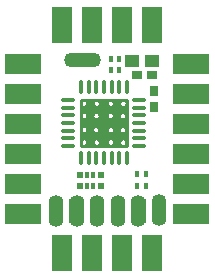
<source format=gts>
G04 DipTrace 2.4.0.2*
%INPCA9685.gts*%
%MOMM*%
%ADD10C,0.25*%
%ADD20O,1.23X1.185*%
%ADD34C,0.165*%
%ADD42O,1.185X1.23*%
%ADD51O,0.35X1.25*%
%ADD52O,1.25X0.35*%
%ADD53R,0.45X0.55*%
%ADD54R,0.3X0.55*%
%ADD55R,0.575X0.55*%
%ADD56R,0.75X0.95*%
%ADD57R,2.082X1.75*%
%ADD58R,1.65X1.75*%
%ADD59R,1.75X2.082*%
%ADD60R,1.75X1.65*%
%ADD61R,0.95X0.75*%
%ADD62R,1.15X1.05*%
%FSLAX53Y53*%
G04*
G71*
G90*
G75*
G01*
%LNTopMask*%
%LPD*%
D20*
X13251Y14855D3*
G36*
X12636Y15081D2*
X13866D1*
Y13081D1*
X12636D1*
Y15081D1*
G37*
D20*
X13251Y13307D3*
X15008Y14862D3*
G36*
X14393Y15088D2*
X15623D1*
Y13088D1*
X14393D1*
Y15088D1*
G37*
D20*
X15008Y13314D3*
X16754Y14838D3*
G36*
X16139Y15064D2*
X17369D1*
Y13064D1*
X16139D1*
Y15064D1*
G37*
D20*
X16754Y13290D3*
X18503Y14865D3*
G36*
X17888Y15091D2*
X19118D1*
Y13091D1*
X17888D1*
Y15091D1*
G37*
D20*
X18503Y13317D3*
X20251Y14849D3*
G36*
X19636Y15075D2*
X20866D1*
Y13075D1*
X19636D1*
Y15075D1*
G37*
D20*
X20251Y13301D3*
X21999Y14900D3*
G36*
X21384Y15126D2*
X22614D1*
Y13126D1*
X21384D1*
Y15126D1*
G37*
D20*
X21999Y13352D3*
D62*
X19659Y26730D3*
X21359D3*
D61*
X20117Y25604D3*
X21417D3*
D60*
X21430Y29050D3*
X18890D3*
X16350D3*
X13810D3*
D59*
X21430Y30320D3*
X18890D3*
X16350D3*
X13810D3*
D60*
Y11270D3*
X16350D3*
X18890D3*
X21430D3*
D59*
X13810Y10000D3*
X16350D3*
X18890D3*
X21430D3*
D58*
X11270Y26510D3*
Y23970D3*
Y21430D3*
Y18890D3*
Y16350D3*
Y13810D3*
D57*
X10000Y26510D3*
Y23970D3*
Y21430D3*
Y18890D3*
Y16350D3*
Y13810D3*
D58*
X23970D3*
Y16350D3*
Y18890D3*
Y21430D3*
Y23970D3*
Y26510D3*
D57*
X25240Y13810D3*
Y16350D3*
Y18890D3*
Y21430D3*
Y23970D3*
Y26510D3*
D56*
X21536Y24196D3*
Y22896D3*
D55*
X15265Y16203D3*
D54*
X15905D3*
X16405D3*
D55*
X17040D3*
Y17103D3*
D54*
X16405D3*
X15905D3*
D55*
X15265D3*
D53*
X20164Y16184D3*
X20864D3*
Y17184D3*
X20164D3*
X18616Y26969D3*
X17916D3*
Y25969D3*
X18616D3*
X15370Y23483D2*
D10*
X19269D1*
Y19583D1*
X15370D1*
Y23483D1*
G36*
X15858Y23490D2*
X16525D1*
Y19553D1*
X15858D1*
Y23490D1*
G37*
G36*
X15339Y22988D2*
X19344D1*
Y22358D1*
X15339D1*
Y22988D1*
G37*
X18711Y19866D2*
D34*
X18712Y19886D1*
X18714Y19905D1*
X18717Y19924D1*
X18722Y19943D1*
X18727Y19962D1*
X18734Y19980D1*
X18742Y19997D1*
X18752Y20014D1*
X18762Y20030D1*
X18774Y20046D1*
X18786Y20060D1*
X18799Y20074D1*
X18814Y20086D1*
X18829Y20098D1*
X18844Y20108D1*
X18861Y20117D1*
X18878Y20125D1*
X18895Y20132D1*
X18913Y20137D1*
X18931Y20141D1*
X18950Y20144D1*
X18968Y20145D1*
X18987D1*
X19005Y20144D1*
X19024Y20141D1*
X19042Y20137D1*
X19060Y20132D1*
X19077Y20125D1*
X19094Y20117D1*
X19111Y20108D1*
X19127Y20098D1*
X19142Y20086D1*
X19156Y20074D1*
X19169Y20060D1*
X19182Y20046D1*
X19193Y20030D1*
X19204Y20014D1*
X19213Y19997D1*
X19221Y19980D1*
X19228Y19962D1*
X19234Y19943D1*
X19238Y19924D1*
X19241Y19905D1*
X19243Y19886D1*
X19244Y19866D1*
X19243Y19847D1*
X19241Y19827D1*
X19238Y19808D1*
X19234Y19789D1*
X19228Y19771D1*
X19221Y19753D1*
X19213Y19735D1*
X19204Y19718D1*
X19193Y19702D1*
X19182Y19687D1*
X19169Y19672D1*
X19156Y19659D1*
X19142Y19646D1*
X19127Y19635D1*
X19111Y19624D1*
X19094Y19615D1*
X19077Y19607D1*
X19060Y19601D1*
X19042Y19595D1*
X19024Y19591D1*
X19005Y19588D1*
X18987Y19587D1*
X18968D1*
X18950Y19588D1*
X18931Y19591D1*
X18913Y19595D1*
X18895Y19601D1*
X18878Y19607D1*
X18861Y19615D1*
X18844Y19624D1*
X18829Y19635D1*
X18814Y19646D1*
X18799Y19659D1*
X18786Y19672D1*
X18774Y19687D1*
X18762Y19702D1*
X18752Y19718D1*
X18742Y19735D1*
X18734Y19753D1*
X18727Y19771D1*
X18722Y19789D1*
X18717Y19808D1*
X18714Y19827D1*
X18712Y19847D1*
X18711Y19866D1*
X18695Y20916D2*
X18696Y20936D1*
X18698Y20955D1*
X18701Y20974D1*
X18706Y20993D1*
X18711Y21012D1*
X18718Y21030D1*
X18727Y21048D1*
X18736Y21065D1*
X18746Y21081D1*
X18758Y21096D1*
X18770Y21111D1*
X18784Y21124D1*
X18798Y21137D1*
X18813Y21148D1*
X18829Y21159D1*
X18845Y21168D1*
X18862Y21176D1*
X18880Y21182D1*
X18898Y21188D1*
X18916Y21192D1*
X18934Y21195D1*
X18953Y21196D1*
X18971D1*
X18990Y21195D1*
X19008Y21192D1*
X19027Y21188D1*
X19045Y21182D1*
X19062Y21176D1*
X19079Y21168D1*
X19095Y21159D1*
X19111Y21148D1*
X19126Y21137D1*
X19141Y21124D1*
X19154Y21111D1*
X19166Y21096D1*
X19178Y21081D1*
X19188Y21065D1*
X19198Y21048D1*
X19206Y21030D1*
X19213Y21012D1*
X19219Y20993D1*
X19223Y20974D1*
X19226Y20955D1*
X19228Y20936D1*
X19229Y20916D1*
X19228Y20897D1*
X19226Y20877D1*
X19223Y20858D1*
X19219Y20839D1*
X19213Y20821D1*
X19206Y20803D1*
X19198Y20785D1*
X19188Y20768D1*
X19178Y20752D1*
X19166Y20737D1*
X19154Y20722D1*
X19141Y20708D1*
X19126Y20696D1*
X19111Y20684D1*
X19095Y20674D1*
X19079Y20665D1*
X19062Y20657D1*
X19045Y20650D1*
X19027Y20645D1*
X19008Y20641D1*
X18990Y20638D1*
X18971Y20637D1*
X18953D1*
X18934Y20638D1*
X18916Y20641D1*
X18898Y20645D1*
X18880Y20650D1*
X18862Y20657D1*
X18845Y20665D1*
X18829Y20674D1*
X18813Y20684D1*
X18798Y20696D1*
X18784Y20708D1*
X18770Y20722D1*
X18758Y20737D1*
X18746Y20752D1*
X18736Y20768D1*
X18727Y20785D1*
X18718Y20803D1*
X18711Y20821D1*
X18706Y20839D1*
X18701Y20858D1*
X18698Y20877D1*
X18696Y20897D1*
X18695Y20916D1*
X16446Y19881D2*
X16447Y19901D1*
X16449Y19920D1*
X16452Y19939D1*
X16456Y19958D1*
X16462Y19977D1*
X16469Y19995D1*
X16477Y20012D1*
X16487Y20029D1*
X16497Y20046D1*
X16508Y20061D1*
X16521Y20075D1*
X16534Y20089D1*
X16548Y20101D1*
X16564Y20113D1*
X16579Y20123D1*
X16596Y20132D1*
X16613Y20140D1*
X16630Y20147D1*
X16648Y20152D1*
X16666Y20156D1*
X16685Y20159D1*
X16703Y20161D1*
X16722D1*
X16740Y20159D1*
X16759Y20156D1*
X16777Y20152D1*
X16795Y20147D1*
X16812Y20140D1*
X16829Y20132D1*
X16846Y20123D1*
X16861Y20113D1*
X16876Y20101D1*
X16891Y20089D1*
X16904Y20075D1*
X16917Y20061D1*
X16928Y20046D1*
X16938Y20029D1*
X16948Y20012D1*
X16956Y19995D1*
X16963Y19977D1*
X16969Y19958D1*
X16973Y19939D1*
X16976Y19920D1*
X16978Y19901D1*
X16979Y19881D1*
X16978Y19862D1*
X16976Y19842D1*
X16973Y19823D1*
X16969Y19804D1*
X16963Y19786D1*
X16956Y19768D1*
X16948Y19750D1*
X16938Y19733D1*
X16928Y19717D1*
X16917Y19702D1*
X16904Y19687D1*
X16891Y19674D1*
X16876Y19661D1*
X16861Y19650D1*
X16846Y19639D1*
X16829Y19630D1*
X16812Y19622D1*
X16795Y19616D1*
X16777Y19610D1*
X16759Y19606D1*
X16740Y19603D1*
X16722Y19602D1*
X16703D1*
X16685Y19603D1*
X16666Y19606D1*
X16648Y19610D1*
X16630Y19616D1*
X16613Y19622D1*
X16596Y19630D1*
X16579Y19639D1*
X16564Y19650D1*
X16548Y19661D1*
X16534Y19674D1*
X16521Y19687D1*
X16508Y19702D1*
X16497Y19717D1*
X16487Y19733D1*
X16477Y19750D1*
X16469Y19768D1*
X16462Y19786D1*
X16456Y19804D1*
X16452Y19823D1*
X16449Y19842D1*
X16447Y19862D1*
X16446Y19881D1*
X15396Y20946D2*
X15397Y20966D1*
X15399Y20985D1*
X15402Y21004D1*
X15407Y21023D1*
X15412Y21042D1*
X15419Y21060D1*
X15427Y21077D1*
X15437Y21094D1*
X15447Y21110D1*
X15459Y21126D1*
X15471Y21140D1*
X15484Y21154D1*
X15499Y21166D1*
X15514Y21178D1*
X15529Y21188D1*
X15546Y21197D1*
X15563Y21205D1*
X15580Y21212D1*
X15598Y21217D1*
X15616Y21221D1*
X15635Y21224D1*
X15653Y21225D1*
X15672D1*
X15690Y21224D1*
X15709Y21221D1*
X15727Y21217D1*
X15745Y21212D1*
X15762Y21205D1*
X15779Y21197D1*
X15795Y21188D1*
X15811Y21178D1*
X15826Y21166D1*
X15840Y21154D1*
X15854Y21140D1*
X15866Y21126D1*
X15878Y21110D1*
X15888Y21094D1*
X15897Y21077D1*
X15905Y21060D1*
X15912Y21042D1*
X15918Y21023D1*
X15923Y21004D1*
X15926Y20985D1*
X15928Y20966D1*
Y20946D1*
Y20927D1*
X15926Y20907D1*
X15923Y20888D1*
X15918Y20869D1*
X15912Y20851D1*
X15905Y20833D1*
X15897Y20815D1*
X15888Y20798D1*
X15878Y20782D1*
X15866Y20767D1*
X15854Y20752D1*
X15840Y20739D1*
X15826Y20726D1*
X15811Y20715D1*
X15795Y20704D1*
X15779Y20695D1*
X15762Y20687D1*
X15745Y20681D1*
X15727Y20675D1*
X15709Y20671D1*
X15690Y20668D1*
X15672Y20667D1*
X15653D1*
X15635Y20668D1*
X15616Y20671D1*
X15598Y20675D1*
X15580Y20681D1*
X15563Y20687D1*
X15546Y20695D1*
X15529Y20704D1*
X15514Y20715D1*
X15499Y20726D1*
X15484Y20739D1*
X15471Y20752D1*
X15459Y20767D1*
X15447Y20782D1*
X15437Y20798D1*
X15427Y20815D1*
X15419Y20833D1*
X15412Y20851D1*
X15407Y20869D1*
X15402Y20888D1*
X15399Y20907D1*
X15397Y20927D1*
X15396Y20946D1*
X17661Y19881D2*
X17662Y19901D1*
X17664Y19920D1*
X17667Y19939D1*
X17672Y19958D1*
X17677Y19977D1*
X17684Y19995D1*
X17693Y20012D1*
X17702Y20029D1*
X17712Y20046D1*
X17724Y20061D1*
X17736Y20075D1*
X17749Y20089D1*
X17764Y20101D1*
X17779Y20113D1*
X17794Y20123D1*
X17811Y20132D1*
X17828Y20140D1*
X17845Y20147D1*
X17863Y20152D1*
X17881Y20156D1*
X17900Y20159D1*
X17918Y20161D1*
X17937D1*
X17955Y20159D1*
X17974Y20156D1*
X17992Y20152D1*
X18010Y20147D1*
X18027Y20140D1*
X18044Y20132D1*
X18060Y20123D1*
X18076Y20113D1*
X18091Y20101D1*
X18105Y20089D1*
X18119Y20075D1*
X18131Y20061D1*
X18143Y20046D1*
X18153Y20029D1*
X18162Y20012D1*
X18171Y19995D1*
X18177Y19977D1*
X18183Y19958D1*
X18188Y19939D1*
X18191Y19920D1*
X18193Y19901D1*
X18194Y19881D1*
X18193Y19862D1*
X18191Y19842D1*
X18188Y19823D1*
X18183Y19804D1*
X18177Y19786D1*
X18171Y19768D1*
X18162Y19750D1*
X18153Y19733D1*
X18143Y19717D1*
X18131Y19702D1*
X18119Y19687D1*
X18105Y19674D1*
X18091Y19661D1*
X18076Y19650D1*
X18060Y19639D1*
X18044Y19630D1*
X18027Y19622D1*
X18010Y19616D1*
X17992Y19610D1*
X17974Y19606D1*
X17955Y19603D1*
X17937Y19602D1*
X17918D1*
X17900Y19603D1*
X17881Y19606D1*
X17863Y19610D1*
X17845Y19616D1*
X17828Y19622D1*
X17811Y19630D1*
X17794Y19639D1*
X17779Y19650D1*
X17764Y19661D1*
X17749Y19674D1*
X17736Y19687D1*
X17724Y19702D1*
X17712Y19717D1*
X17702Y19733D1*
X17693Y19750D1*
X17684Y19768D1*
X17677Y19786D1*
X17672Y19804D1*
X17667Y19823D1*
X17664Y19842D1*
X17662Y19862D1*
X17661Y19881D1*
X15380D2*
X15381Y19901D1*
X15383Y19920D1*
X15386Y19939D1*
X15391Y19958D1*
X15397Y19977D1*
X15404Y19995D1*
X15412Y20012D1*
X15421Y20029D1*
X15431Y20046D1*
X15443Y20061D1*
X15455Y20075D1*
X15469Y20089D1*
X15483Y20101D1*
X15498Y20113D1*
X15514Y20123D1*
X15530Y20132D1*
X15547Y20140D1*
X15565Y20147D1*
X15583Y20152D1*
X15601Y20156D1*
X15619Y20159D1*
X15638Y20161D1*
X15657D1*
X15675Y20159D1*
X15694Y20156D1*
X15712Y20152D1*
X15730Y20147D1*
X15747Y20140D1*
X15764Y20132D1*
X15781Y20123D1*
X15796Y20113D1*
X15811Y20101D1*
X15826Y20089D1*
X15839Y20075D1*
X15852Y20061D1*
X15863Y20046D1*
X15873Y20029D1*
X15883Y20012D1*
X15891Y19995D1*
X15898Y19977D1*
X15904Y19958D1*
X15908Y19939D1*
X15911Y19920D1*
X15913Y19901D1*
X15914Y19881D1*
X15913Y19862D1*
X15911Y19842D1*
X15908Y19823D1*
X15904Y19804D1*
X15898Y19786D1*
X15891Y19768D1*
X15883Y19750D1*
X15873Y19733D1*
X15863Y19717D1*
X15852Y19702D1*
X15839Y19687D1*
X15826Y19674D1*
X15811Y19661D1*
X15796Y19650D1*
X15781Y19639D1*
X15764Y19630D1*
X15747Y19622D1*
X15730Y19616D1*
X15712Y19610D1*
X15694Y19606D1*
X15675Y19603D1*
X15657Y19602D1*
X15638D1*
X15619Y19603D1*
X15601Y19606D1*
X15583Y19610D1*
X15565Y19616D1*
X15547Y19622D1*
X15530Y19630D1*
X15514Y19639D1*
X15498Y19650D1*
X15483Y19661D1*
X15469Y19674D1*
X15455Y19687D1*
X15443Y19702D1*
X15431Y19717D1*
X15421Y19733D1*
X15412Y19750D1*
X15404Y19768D1*
X15397Y19786D1*
X15391Y19804D1*
X15386Y19823D1*
X15383Y19842D1*
X15381Y19862D1*
X15380Y19881D1*
X16416Y20931D2*
Y20951D1*
X16418Y20970D1*
X16422Y20990D1*
X16426Y21009D1*
X16432Y21027D1*
X16439Y21045D1*
X16447Y21063D1*
X16456Y21080D1*
X16467Y21096D1*
X16478Y21111D1*
X16491Y21126D1*
X16504Y21139D1*
X16518Y21152D1*
X16533Y21163D1*
X16549Y21174D1*
X16566Y21183D1*
X16583Y21191D1*
X16600Y21197D1*
X16618Y21203D1*
X16636Y21207D1*
X16655Y21210D1*
X16673Y21211D1*
X16692D1*
X16710Y21210D1*
X16729Y21207D1*
X16747Y21203D1*
X16765Y21197D1*
X16783Y21191D1*
X16800Y21183D1*
X16816Y21174D1*
X16832Y21163D1*
X16847Y21152D1*
X16861Y21139D1*
X16874Y21126D1*
X16887Y21111D1*
X16898Y21096D1*
X16909Y21080D1*
X16918Y21063D1*
X16926Y21045D1*
X16933Y21027D1*
X16939Y21009D1*
X16944Y20990D1*
X16947Y20970D1*
X16949Y20951D1*
Y20931D1*
Y20912D1*
X16947Y20893D1*
X16944Y20873D1*
X16939Y20854D1*
X16933Y20836D1*
X16926Y20818D1*
X16918Y20800D1*
X16909Y20783D1*
X16898Y20767D1*
X16887Y20752D1*
X16874Y20737D1*
X16861Y20724D1*
X16847Y20711D1*
X16832Y20700D1*
X16816Y20689D1*
X16800Y20680D1*
X16783Y20672D1*
X16765Y20665D1*
X16747Y20660D1*
X16729Y20656D1*
X16710Y20653D1*
X16692Y20652D1*
X16673D1*
X16655Y20653D1*
X16636Y20656D1*
X16618Y20660D1*
X16600Y20665D1*
X16583Y20672D1*
X16566Y20680D1*
X16549Y20689D1*
X16533Y20700D1*
X16518Y20711D1*
X16504Y20724D1*
X16491Y20737D1*
X16478Y20752D1*
X16467Y20767D1*
X16456Y20783D1*
X16447Y20800D1*
X16439Y20818D1*
X16432Y20836D1*
X16426Y20854D1*
X16422Y20873D1*
X16418Y20893D1*
X16416Y20912D1*
Y20931D1*
X17646Y20916D2*
Y20936D1*
X17648Y20955D1*
X17651Y20974D1*
X17656Y20993D1*
X17662Y21012D1*
X17669Y21030D1*
X17677Y21048D1*
X17686Y21065D1*
X17697Y21081D1*
X17708Y21096D1*
X17720Y21111D1*
X17734Y21124D1*
X17748Y21137D1*
X17763Y21148D1*
X17779Y21159D1*
X17795Y21168D1*
X17812Y21176D1*
X17830Y21182D1*
X17848Y21188D1*
X17866Y21192D1*
X17884Y21195D1*
X17903Y21196D1*
X17922D1*
X17940Y21195D1*
X17959Y21192D1*
X17977Y21188D1*
X17995Y21182D1*
X18012Y21176D1*
X18029Y21168D1*
X18046Y21159D1*
X18062Y21148D1*
X18077Y21137D1*
X18091Y21124D1*
X18104Y21111D1*
X18117Y21096D1*
X18128Y21081D1*
X18139Y21065D1*
X18148Y21048D1*
X18156Y21030D1*
X18163Y21012D1*
X18169Y20993D1*
X18173Y20974D1*
X18177Y20955D1*
X18178Y20936D1*
X18179Y20916D1*
X18178Y20897D1*
X18177Y20877D1*
X18173Y20858D1*
X18169Y20839D1*
X18163Y20821D1*
X18156Y20803D1*
X18148Y20785D1*
X18139Y20768D1*
X18128Y20752D1*
X18117Y20737D1*
X18104Y20722D1*
X18091Y20708D1*
X18077Y20696D1*
X18062Y20684D1*
X18046Y20674D1*
X18029Y20665D1*
X18012Y20657D1*
X17995Y20650D1*
X17977Y20645D1*
X17959Y20641D1*
X17940Y20638D1*
X17922Y20637D1*
X17903D1*
X17884Y20638D1*
X17866Y20641D1*
X17848Y20645D1*
X17830Y20650D1*
X17812Y20657D1*
X17795Y20665D1*
X17779Y20674D1*
X17763Y20684D1*
X17748Y20696D1*
X17734Y20708D1*
X17720Y20722D1*
X17708Y20737D1*
X17697Y20752D1*
X17686Y20768D1*
X17677Y20785D1*
X17669Y20803D1*
X17662Y20821D1*
X17656Y20839D1*
X17651Y20858D1*
X17648Y20877D1*
X17646Y20897D1*
Y20916D1*
X18695Y22116D2*
X18696Y22136D1*
X18698Y22155D1*
X18701Y22174D1*
X18706Y22193D1*
X18711Y22212D1*
X18718Y22230D1*
X18727Y22247D1*
X18736Y22264D1*
X18746Y22280D1*
X18758Y22296D1*
X18770Y22310D1*
X18784Y22324D1*
X18798Y22336D1*
X18813Y22348D1*
X18829Y22358D1*
X18845Y22367D1*
X18862Y22375D1*
X18880Y22382D1*
X18898Y22387D1*
X18916Y22391D1*
X18934Y22394D1*
X18953Y22395D1*
X18971D1*
X18990Y22394D1*
X19008Y22391D1*
X19027Y22387D1*
X19045Y22382D1*
X19062Y22375D1*
X19079Y22367D1*
X19095Y22358D1*
X19111Y22348D1*
X19126Y22336D1*
X19141Y22324D1*
X19154Y22310D1*
X19166Y22296D1*
X19178Y22280D1*
X19188Y22264D1*
X19198Y22247D1*
X19206Y22230D1*
X19213Y22212D1*
X19219Y22193D1*
X19223Y22174D1*
X19226Y22155D1*
X19228Y22136D1*
X19229Y22116D1*
X19228Y22097D1*
X19226Y22077D1*
X19223Y22058D1*
X19219Y22039D1*
X19213Y22021D1*
X19206Y22003D1*
X19198Y21985D1*
X19188Y21968D1*
X19178Y21952D1*
X19166Y21937D1*
X19154Y21922D1*
X19141Y21909D1*
X19126Y21896D1*
X19111Y21885D1*
X19095Y21874D1*
X19079Y21865D1*
X19062Y21857D1*
X19045Y21851D1*
X19027Y21845D1*
X19008Y21841D1*
X18990Y21838D1*
X18971Y21837D1*
X18953D1*
X18934Y21838D1*
X18916Y21841D1*
X18898Y21845D1*
X18880Y21851D1*
X18862Y21857D1*
X18845Y21865D1*
X18829Y21874D1*
X18813Y21885D1*
X18798Y21896D1*
X18784Y21909D1*
X18770Y21922D1*
X18758Y21937D1*
X18746Y21952D1*
X18736Y21968D1*
X18727Y21985D1*
X18718Y22003D1*
X18711Y22021D1*
X18706Y22039D1*
X18701Y22058D1*
X18698Y22077D1*
X18696Y22097D1*
X18695Y22116D1*
X18711Y23181D2*
X18712Y23201D1*
X18714Y23220D1*
X18717Y23240D1*
X18722Y23259D1*
X18727Y23277D1*
X18734Y23295D1*
X18742Y23313D1*
X18752Y23330D1*
X18762Y23346D1*
X18774Y23361D1*
X18786Y23376D1*
X18799Y23389D1*
X18814Y23402D1*
X18829Y23413D1*
X18844Y23424D1*
X18861Y23433D1*
X18878Y23441D1*
X18895Y23447D1*
X18913Y23453D1*
X18931Y23457D1*
X18950Y23460D1*
X18968Y23461D1*
X18987D1*
X19005Y23460D1*
X19024Y23457D1*
X19042Y23453D1*
X19060Y23447D1*
X19077Y23441D1*
X19094Y23433D1*
X19111Y23424D1*
X19127Y23413D1*
X19142Y23402D1*
X19156Y23389D1*
X19169Y23376D1*
X19182Y23361D1*
X19193Y23346D1*
X19204Y23330D1*
X19213Y23313D1*
X19221Y23295D1*
X19228Y23277D1*
X19234Y23259D1*
X19238Y23240D1*
X19241Y23220D1*
X19243Y23201D1*
X19244Y23181D1*
X19243Y23162D1*
X19241Y23143D1*
X19238Y23123D1*
X19234Y23104D1*
X19228Y23086D1*
X19221Y23068D1*
X19213Y23050D1*
X19204Y23033D1*
X19193Y23017D1*
X19182Y23002D1*
X19169Y22987D1*
X19156Y22974D1*
X19142Y22961D1*
X19127Y22950D1*
X19111Y22939D1*
X19094Y22930D1*
X19077Y22922D1*
X19060Y22915D1*
X19042Y22910D1*
X19024Y22906D1*
X19005Y22903D1*
X18987Y22902D1*
X18968D1*
X18950Y22903D1*
X18931Y22906D1*
X18913Y22910D1*
X18895Y22915D1*
X18878Y22922D1*
X18861Y22930D1*
X18844Y22939D1*
X18829Y22950D1*
X18814Y22961D1*
X18799Y22974D1*
X18786Y22987D1*
X18774Y23002D1*
X18762Y23017D1*
X18752Y23033D1*
X18742Y23050D1*
X18734Y23068D1*
X18727Y23086D1*
X18722Y23104D1*
X18717Y23123D1*
X18714Y23143D1*
X18712Y23162D1*
X18711Y23181D1*
X16430Y22131D2*
X16431Y22151D1*
X16433Y22170D1*
X16436Y22189D1*
X16441Y22208D1*
X16446Y22227D1*
X16453Y22245D1*
X16461Y22262D1*
X16471Y22279D1*
X16481Y22296D1*
X16493Y22311D1*
X16505Y22325D1*
X16519Y22339D1*
X16533Y22351D1*
X16548Y22363D1*
X16564Y22373D1*
X16580Y22382D1*
X16597Y22390D1*
X16615Y22397D1*
X16632Y22402D1*
X16651Y22406D1*
X16669Y22409D1*
X16688Y22411D1*
X16706D1*
X16725Y22409D1*
X16743Y22406D1*
X16762Y22402D1*
X16779Y22397D1*
X16797Y22390D1*
X16814Y22382D1*
X16830Y22373D1*
X16846Y22363D1*
X16861Y22351D1*
X16875Y22339D1*
X16889Y22325D1*
X16901Y22311D1*
X16913Y22296D1*
X16923Y22279D1*
X16933Y22262D1*
X16941Y22245D1*
X16948Y22227D1*
X16953Y22208D1*
X16958Y22189D1*
X16961Y22170D1*
X16963Y22151D1*
X16964Y22131D1*
X16963Y22112D1*
X16961Y22092D1*
X16958Y22073D1*
X16953Y22054D1*
X16948Y22036D1*
X16941Y22018D1*
X16933Y22000D1*
X16923Y21983D1*
X16913Y21967D1*
X16901Y21952D1*
X16889Y21937D1*
X16875Y21924D1*
X16861Y21911D1*
X16846Y21900D1*
X16830Y21889D1*
X16814Y21880D1*
X16797Y21872D1*
X16779Y21866D1*
X16762Y21860D1*
X16743Y21856D1*
X16725Y21853D1*
X16706Y21852D1*
X16688D1*
X16669Y21853D1*
X16651Y21856D1*
X16632Y21860D1*
X16615Y21866D1*
X16597Y21872D1*
X16580Y21880D1*
X16564Y21889D1*
X16548Y21900D1*
X16533Y21911D1*
X16519Y21924D1*
X16505Y21937D1*
X16493Y21952D1*
X16481Y21967D1*
X16471Y21983D1*
X16461Y22000D1*
X16453Y22018D1*
X16446Y22036D1*
X16441Y22054D1*
X16436Y22073D1*
X16433Y22092D1*
X16431Y22112D1*
X16430Y22131D1*
X15396Y23181D2*
X15397Y23201D1*
X15399Y23220D1*
X15402Y23240D1*
X15407Y23259D1*
X15412Y23277D1*
X15419Y23295D1*
X15427Y23313D1*
X15437Y23330D1*
X15447Y23346D1*
X15459Y23361D1*
X15471Y23376D1*
X15484Y23389D1*
X15499Y23402D1*
X15514Y23413D1*
X15529Y23424D1*
X15546Y23433D1*
X15563Y23441D1*
X15580Y23447D1*
X15598Y23453D1*
X15616Y23457D1*
X15635Y23460D1*
X15653Y23461D1*
X15672D1*
X15690Y23460D1*
X15709Y23457D1*
X15727Y23453D1*
X15745Y23447D1*
X15762Y23441D1*
X15779Y23433D1*
X15795Y23424D1*
X15811Y23413D1*
X15826Y23402D1*
X15840Y23389D1*
X15854Y23376D1*
X15866Y23361D1*
X15878Y23346D1*
X15888Y23330D1*
X15897Y23313D1*
X15905Y23295D1*
X15912Y23277D1*
X15918Y23259D1*
X15923Y23240D1*
X15926Y23220D1*
X15928Y23201D1*
Y23181D1*
Y23162D1*
X15926Y23143D1*
X15923Y23123D1*
X15918Y23104D1*
X15912Y23086D1*
X15905Y23068D1*
X15897Y23050D1*
X15888Y23033D1*
X15878Y23017D1*
X15866Y23002D1*
X15854Y22987D1*
X15840Y22974D1*
X15826Y22961D1*
X15811Y22950D1*
X15795Y22939D1*
X15779Y22930D1*
X15762Y22922D1*
X15745Y22915D1*
X15727Y22910D1*
X15709Y22906D1*
X15690Y22903D1*
X15672Y22902D1*
X15653D1*
X15635Y22903D1*
X15616Y22906D1*
X15598Y22910D1*
X15580Y22915D1*
X15563Y22922D1*
X15546Y22930D1*
X15529Y22939D1*
X15514Y22950D1*
X15499Y22961D1*
X15484Y22974D1*
X15471Y22987D1*
X15459Y23002D1*
X15447Y23017D1*
X15437Y23033D1*
X15427Y23050D1*
X15419Y23068D1*
X15412Y23086D1*
X15407Y23104D1*
X15402Y23123D1*
X15399Y23143D1*
X15397Y23162D1*
X15396Y23181D1*
X17630Y22131D2*
X17631Y22151D1*
X17633Y22170D1*
X17636Y22189D1*
X17641Y22208D1*
X17647Y22227D1*
X17654Y22245D1*
X17662Y22262D1*
X17671Y22279D1*
X17681Y22296D1*
X17693Y22311D1*
X17705Y22325D1*
X17719Y22339D1*
X17733Y22351D1*
X17748Y22363D1*
X17764Y22373D1*
X17780Y22382D1*
X17797Y22390D1*
X17815Y22397D1*
X17833Y22402D1*
X17851Y22406D1*
X17869Y22409D1*
X17888Y22411D1*
X17907D1*
X17925Y22409D1*
X17944Y22406D1*
X17962Y22402D1*
X17980Y22397D1*
X17997Y22390D1*
X18014Y22382D1*
X18031Y22373D1*
X18046Y22363D1*
X18061Y22351D1*
X18076Y22339D1*
X18089Y22325D1*
X18102Y22311D1*
X18113Y22296D1*
X18123Y22279D1*
X18133Y22262D1*
X18141Y22245D1*
X18148Y22227D1*
X18154Y22208D1*
X18158Y22189D1*
X18161Y22170D1*
X18163Y22151D1*
X18164Y22131D1*
X18163Y22112D1*
X18161Y22092D1*
X18158Y22073D1*
X18154Y22054D1*
X18148Y22036D1*
X18141Y22018D1*
X18133Y22000D1*
X18123Y21983D1*
X18113Y21967D1*
X18102Y21952D1*
X18089Y21937D1*
X18076Y21924D1*
X18061Y21911D1*
X18046Y21900D1*
X18031Y21889D1*
X18014Y21880D1*
X17997Y21872D1*
X17980Y21866D1*
X17962Y21860D1*
X17944Y21856D1*
X17925Y21853D1*
X17907Y21852D1*
X17888D1*
X17869Y21853D1*
X17851Y21856D1*
X17833Y21860D1*
X17815Y21866D1*
X17797Y21872D1*
X17780Y21880D1*
X17764Y21889D1*
X17748Y21900D1*
X17733Y21911D1*
X17719Y21924D1*
X17705Y21937D1*
X17693Y21952D1*
X17681Y21967D1*
X17671Y21983D1*
X17662Y22000D1*
X17654Y22018D1*
X17647Y22036D1*
X17641Y22054D1*
X17636Y22073D1*
X17633Y22092D1*
X17631Y22112D1*
X17630Y22131D1*
X15411D2*
Y22151D1*
X15413Y22170D1*
X15417Y22189D1*
X15421Y22208D1*
X15427Y22227D1*
X15434Y22245D1*
X15442Y22262D1*
X15451Y22279D1*
X15462Y22296D1*
X15473Y22311D1*
X15485Y22325D1*
X15499Y22339D1*
X15513Y22351D1*
X15528Y22363D1*
X15544Y22373D1*
X15560Y22382D1*
X15577Y22390D1*
X15595Y22397D1*
X15613Y22402D1*
X15631Y22406D1*
X15649Y22409D1*
X15668Y22411D1*
X15686D1*
X15705Y22409D1*
X15723Y22406D1*
X15742Y22402D1*
X15759Y22397D1*
X15777Y22390D1*
X15794Y22382D1*
X15810Y22373D1*
X15826Y22363D1*
X15841Y22351D1*
X15855Y22339D1*
X15869Y22325D1*
X15881Y22311D1*
X15893Y22296D1*
X15903Y22279D1*
X15912Y22262D1*
X15920Y22245D1*
X15927Y22227D1*
X15933Y22208D1*
X15938Y22189D1*
X15941Y22170D1*
X15943Y22151D1*
X15944Y22131D1*
X15943Y22112D1*
X15941Y22092D1*
X15938Y22073D1*
X15933Y22054D1*
X15927Y22036D1*
X15920Y22018D1*
X15912Y22000D1*
X15903Y21983D1*
X15893Y21967D1*
X15881Y21952D1*
X15869Y21937D1*
X15855Y21924D1*
X15841Y21911D1*
X15826Y21900D1*
X15810Y21889D1*
X15794Y21880D1*
X15777Y21872D1*
X15759Y21866D1*
X15742Y21860D1*
X15723Y21856D1*
X15705Y21853D1*
X15686Y21852D1*
X15668D1*
X15649Y21853D1*
X15631Y21856D1*
X15613Y21860D1*
X15595Y21866D1*
X15577Y21872D1*
X15560Y21880D1*
X15544Y21889D1*
X15528Y21900D1*
X15513Y21911D1*
X15499Y21924D1*
X15485Y21937D1*
X15473Y21952D1*
X15462Y21967D1*
X15451Y21983D1*
X15442Y22000D1*
X15434Y22018D1*
X15427Y22036D1*
X15421Y22054D1*
X15417Y22073D1*
X15413Y22092D1*
X15411Y22112D1*
Y22131D1*
X16446Y23181D2*
X16447Y23201D1*
X16449Y23220D1*
X16452Y23240D1*
X16456Y23259D1*
X16462Y23277D1*
X16469Y23295D1*
X16477Y23313D1*
X16487Y23330D1*
X16497Y23346D1*
X16508Y23361D1*
X16521Y23376D1*
X16534Y23389D1*
X16548Y23402D1*
X16564Y23413D1*
X16579Y23424D1*
X16596Y23433D1*
X16613Y23441D1*
X16630Y23447D1*
X16648Y23453D1*
X16666Y23457D1*
X16685Y23460D1*
X16703Y23461D1*
X16722D1*
X16740Y23460D1*
X16759Y23457D1*
X16777Y23453D1*
X16795Y23447D1*
X16812Y23441D1*
X16829Y23433D1*
X16846Y23424D1*
X16861Y23413D1*
X16876Y23402D1*
X16891Y23389D1*
X16904Y23376D1*
X16917Y23361D1*
X16928Y23346D1*
X16938Y23330D1*
X16948Y23313D1*
X16956Y23295D1*
X16963Y23277D1*
X16969Y23259D1*
X16973Y23240D1*
X16976Y23220D1*
X16978Y23201D1*
X16979Y23181D1*
X16978Y23162D1*
X16976Y23143D1*
X16973Y23123D1*
X16969Y23104D1*
X16963Y23086D1*
X16956Y23068D1*
X16948Y23050D1*
X16938Y23033D1*
X16928Y23017D1*
X16917Y23002D1*
X16904Y22987D1*
X16891Y22974D1*
X16876Y22961D1*
X16861Y22950D1*
X16846Y22939D1*
X16829Y22930D1*
X16812Y22922D1*
X16795Y22915D1*
X16777Y22910D1*
X16759Y22906D1*
X16740Y22903D1*
X16722Y22902D1*
X16703D1*
X16685Y22903D1*
X16666Y22906D1*
X16648Y22910D1*
X16630Y22915D1*
X16613Y22922D1*
X16596Y22930D1*
X16579Y22939D1*
X16564Y22950D1*
X16548Y22961D1*
X16534Y22974D1*
X16521Y22987D1*
X16508Y23002D1*
X16497Y23017D1*
X16487Y23033D1*
X16477Y23050D1*
X16469Y23068D1*
X16462Y23086D1*
X16456Y23104D1*
X16452Y23123D1*
X16449Y23143D1*
X16447Y23162D1*
X16446Y23181D1*
X17630D2*
X17631Y23201D1*
X17633Y23220D1*
X17636Y23240D1*
X17641Y23259D1*
X17647Y23277D1*
X17654Y23295D1*
X17662Y23313D1*
X17671Y23330D1*
X17681Y23346D1*
X17693Y23361D1*
X17705Y23376D1*
X17719Y23389D1*
X17733Y23402D1*
X17748Y23413D1*
X17764Y23424D1*
X17780Y23433D1*
X17797Y23441D1*
X17815Y23447D1*
X17833Y23453D1*
X17851Y23457D1*
X17869Y23460D1*
X17888Y23461D1*
X17907D1*
X17925Y23460D1*
X17944Y23457D1*
X17962Y23453D1*
X17980Y23447D1*
X17997Y23441D1*
X18014Y23433D1*
X18031Y23424D1*
X18046Y23413D1*
X18061Y23402D1*
X18076Y23389D1*
X18089Y23376D1*
X18102Y23361D1*
X18113Y23346D1*
X18123Y23330D1*
X18133Y23313D1*
X18141Y23295D1*
X18148Y23277D1*
X18154Y23259D1*
X18158Y23240D1*
X18161Y23220D1*
X18163Y23201D1*
X18164Y23181D1*
X18163Y23162D1*
X18161Y23143D1*
X18158Y23123D1*
X18154Y23104D1*
X18148Y23086D1*
X18141Y23068D1*
X18133Y23050D1*
X18123Y23033D1*
X18113Y23017D1*
X18102Y23002D1*
X18089Y22987D1*
X18076Y22974D1*
X18061Y22961D1*
X18046Y22950D1*
X18031Y22939D1*
X18014Y22930D1*
X17997Y22922D1*
X17980Y22915D1*
X17962Y22910D1*
X17944Y22906D1*
X17925Y22903D1*
X17907Y22902D1*
X17888D1*
X17869Y22903D1*
X17851Y22906D1*
X17833Y22910D1*
X17815Y22915D1*
X17797Y22922D1*
X17780Y22930D1*
X17764Y22939D1*
X17748Y22950D1*
X17733Y22961D1*
X17719Y22974D1*
X17705Y22987D1*
X17693Y23002D1*
X17681Y23017D1*
X17671Y23033D1*
X17662Y23050D1*
X17654Y23068D1*
X17647Y23086D1*
X17641Y23104D1*
X17636Y23123D1*
X17633Y23143D1*
X17631Y23162D1*
X17630Y23181D1*
G36*
X16923Y23483D2*
X17739D1*
Y19538D1*
X16923D1*
Y23483D1*
G37*
G36*
X18093Y23460D2*
X18759D1*
Y19523D1*
X18093D1*
Y23460D1*
G37*
G36*
X15399Y21848D2*
X19405D1*
Y21218D1*
X15399D1*
Y21848D1*
G37*
G36*
X15310Y20738D2*
X19315D1*
Y20108D1*
X15310D1*
Y20738D1*
G37*
D52*
X14319Y23483D3*
Y22833D3*
Y22183D3*
Y21533D3*
Y20883D3*
Y20233D3*
Y19583D3*
D51*
X15369Y18533D3*
X16019D3*
X16669D3*
X17319D3*
X17969D3*
X18619D3*
X19269D3*
D52*
X20319Y19583D3*
Y20233D3*
Y20883D3*
Y21533D3*
Y22183D3*
Y22833D3*
Y23483D3*
D51*
X19269Y24533D3*
X18619D3*
X17969D3*
X17319D3*
X16669D3*
X16019D3*
X15369D3*
D42*
X14546Y26863D3*
G36*
X14506Y26263D2*
X16481D1*
Y27463D1*
X14506D1*
Y26263D1*
G37*
D42*
X16466Y26863D3*
M02*

</source>
